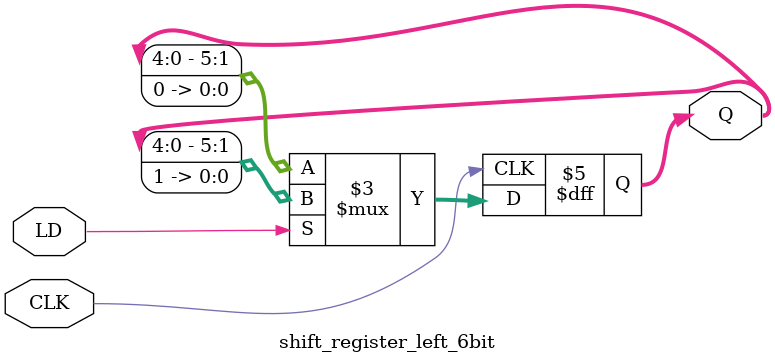
<source format=v>

module shift_register_left_6bit (
    input wire CLK,       // Sinal de relógio
    input wire LD,        // Sinal de carga do primeiro estágio
    output reg [5:0] Q    // Saída de 6 bits
);

    always @(posedge CLK) begin
        // Carrega o valor 1 no primeiro estágio se LD estiver ativo
        if (LD)
            Q <= {Q[4:0], 1'b1}; // Deslocamento para a esquerda com entrada de '1'
        else
            Q <= {Q[4:0], 1'b0}; // Deslocamento para a esquerda com entrada de '0'
    end

endmodule

</source>
